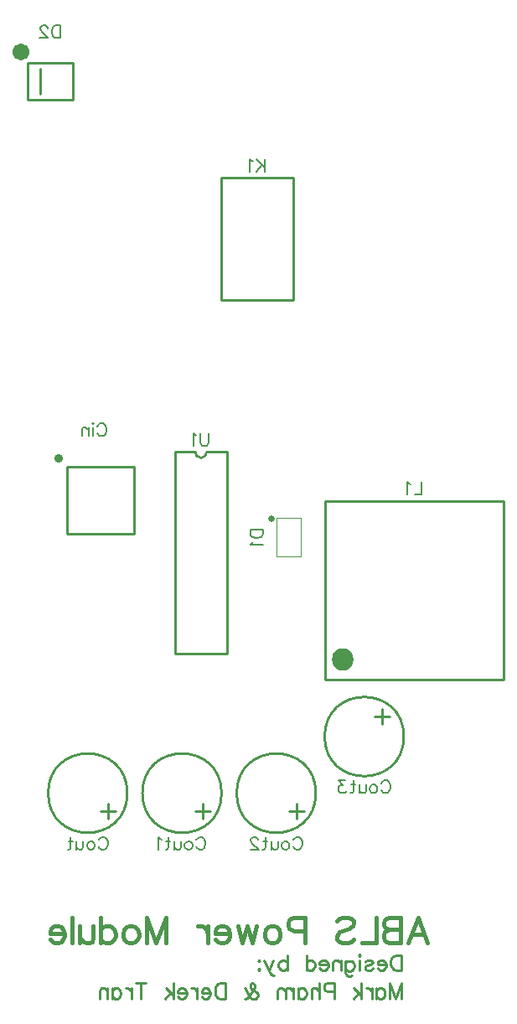
<source format=gbr>
G04 DipTrace 3.0.0.2*
G04 BottomSilk.gbr*
%MOIN*%
G04 #@! TF.FileFunction,Legend,Bot*
G04 #@! TF.Part,Single*
%ADD10C,0.009843*%
%ADD17C,0.035052*%
%ADD20C,0.003937*%
%ADD21C,0.024807*%
%ADD23C,0.06752*%
%ADD28O,0.085954X0.088974*%
%ADD67C,0.00772*%
%ADD68C,0.015439*%
%ADD69C,0.009264*%
%ADD70C,0.010807*%
%FSLAX26Y26*%
G04*
G70*
G90*
G75*
G01*
G04 BotSilk*
%LPD*%
X1360148Y2394017D2*
D10*
X1627858D1*
Y2661700D1*
X1360148D1*
Y2394017D1*
D17*
X1328455Y2693012D3*
X1286520Y1362898D2*
D10*
G02X1286520Y1362898I157480J0D01*
G01*
X1661520D2*
G02X1661520Y1362898I157480J0D01*
G01*
X2036520D2*
G02X2036520Y1362898I157480J0D01*
G01*
X2386520Y1587898D2*
G02X2386520Y1587898I157480J0D01*
G01*
X2194787Y2303844D2*
D20*
X2293213D1*
Y2457384D1*
X2194787D1*
Y2303844D1*
D21*
X2176482Y2453639D3*
X1383984Y4266503D2*
D10*
X1204016D1*
Y4121499D1*
X1383984D1*
Y4266503D1*
D23*
X1177744Y4310246D3*
X1256496Y4244008D2*
D10*
Y4143994D1*
X1975250Y3812750D2*
X2262750D1*
Y3325250D1*
X1975250D1*
Y3812750D1*
X2389110Y1814110D2*
X3098890D1*
Y2523890D1*
X2389110D1*
Y1814110D1*
D28*
X2458988Y1893497D3*
X1792037Y2720575D2*
D10*
Y1917425D1*
X1996751D2*
X1792037D1*
X1996751Y2720575D2*
Y1917425D1*
Y2720575D2*
X1918004D1*
X1792037D2*
X1870784D1*
X1918004D2*
G02X1870784Y2720575I-23610J-3D01*
G01*
X1482456Y2821427D2*
D67*
X1484833Y2826180D1*
X1489641Y2830988D1*
X1494395Y2833365D1*
X1503956D1*
X1508765Y2830988D1*
X1513518Y2826180D1*
X1515950Y2821427D1*
X1518326Y2814242D1*
Y2802248D1*
X1515950Y2795118D1*
X1513518Y2790310D1*
X1508765Y2785557D1*
X1503956Y2783125D1*
X1494395D1*
X1489641Y2785557D1*
X1484833Y2790310D1*
X1482456Y2795118D1*
X1467017Y2833365D2*
X1464641Y2830988D1*
X1462209Y2833365D1*
X1464641Y2835797D1*
X1467017Y2833365D1*
X1464641Y2816618D2*
Y2783125D1*
X1446769Y2816618D2*
Y2783125D1*
Y2807057D2*
X1439584Y2814242D1*
X1434776Y2816618D1*
X1427646D1*
X1422838Y2814242D1*
X1420461Y2807057D1*
Y2783125D1*
X1487498Y1176520D2*
X1489875Y1181274D1*
X1494683Y1186082D1*
X1499436Y1188459D1*
X1508998D1*
X1513806Y1186082D1*
X1518560Y1181274D1*
X1520991Y1176520D1*
X1523368Y1169335D1*
Y1157342D1*
X1520991Y1150212D1*
X1518560Y1145404D1*
X1513806Y1140650D1*
X1508998Y1138219D1*
X1499436D1*
X1494683Y1140650D1*
X1489875Y1145404D1*
X1487498Y1150212D1*
X1460121Y1171712D2*
X1464874Y1169335D1*
X1469682Y1164527D1*
X1472059Y1157342D1*
Y1152589D1*
X1469682Y1145404D1*
X1464874Y1140650D1*
X1460121Y1138219D1*
X1452936D1*
X1448127Y1140650D1*
X1443374Y1145404D1*
X1440942Y1152589D1*
Y1157342D1*
X1443374Y1164527D1*
X1448127Y1169335D1*
X1452936Y1171712D1*
X1460121D1*
X1425503D2*
Y1147780D1*
X1423126Y1140650D1*
X1418318Y1138219D1*
X1411133D1*
X1406380Y1140650D1*
X1399195Y1147780D1*
Y1171712D2*
Y1138219D1*
X1376570Y1188459D2*
Y1147780D1*
X1374194Y1140650D1*
X1369385Y1138219D1*
X1364632D1*
X1383755Y1171712D2*
X1367009D1*
X1876214Y1176520D2*
X1878591Y1181274D1*
X1883399Y1186082D1*
X1888153Y1188459D1*
X1897714D1*
X1902523Y1186082D1*
X1907276Y1181274D1*
X1909708Y1176520D1*
X1912084Y1169335D1*
Y1157342D1*
X1909708Y1150212D1*
X1907276Y1145404D1*
X1902523Y1140650D1*
X1897714Y1138219D1*
X1888153D1*
X1883399Y1140650D1*
X1878591Y1145404D1*
X1876214Y1150212D1*
X1848837Y1171712D2*
X1853590Y1169335D1*
X1858399Y1164527D1*
X1860775Y1157342D1*
Y1152589D1*
X1858399Y1145404D1*
X1853590Y1140650D1*
X1848837Y1138219D1*
X1841652D1*
X1836843Y1140650D1*
X1832090Y1145404D1*
X1829658Y1152589D1*
Y1157342D1*
X1832090Y1164527D1*
X1836843Y1169335D1*
X1841652Y1171712D1*
X1848837D1*
X1814219D2*
Y1147780D1*
X1811843Y1140650D1*
X1807034Y1138219D1*
X1799849D1*
X1795096Y1140650D1*
X1787911Y1147780D1*
Y1171712D2*
Y1138219D1*
X1765287Y1188459D2*
Y1147780D1*
X1762910Y1140650D1*
X1758102Y1138219D1*
X1753348D1*
X1772472Y1171712D2*
X1755725D1*
X1737909Y1178842D2*
X1733101Y1181274D1*
X1725916Y1188403D1*
Y1138219D1*
X2261964Y1176520D2*
X2264341Y1181274D1*
X2269149Y1186082D1*
X2273903Y1188459D1*
X2283464D1*
X2288273Y1186082D1*
X2293026Y1181274D1*
X2295458Y1176520D1*
X2297834Y1169335D1*
Y1157342D1*
X2295458Y1150212D1*
X2293026Y1145404D1*
X2288273Y1140650D1*
X2283464Y1138219D1*
X2273903D1*
X2269149Y1140650D1*
X2264341Y1145404D1*
X2261964Y1150212D1*
X2234587Y1171712D2*
X2239340Y1169335D1*
X2244149Y1164527D1*
X2246525Y1157342D1*
Y1152589D1*
X2244149Y1145404D1*
X2239340Y1140650D1*
X2234587Y1138219D1*
X2227402D1*
X2222593Y1140650D1*
X2217840Y1145404D1*
X2215408Y1152589D1*
Y1157342D1*
X2217840Y1164527D1*
X2222593Y1169335D1*
X2227402Y1171712D1*
X2234587D1*
X2199969D2*
Y1147780D1*
X2197593Y1140650D1*
X2192784Y1138219D1*
X2185599D1*
X2180846Y1140650D1*
X2173661Y1147780D1*
Y1171712D2*
Y1138219D1*
X2151037Y1188459D2*
Y1147780D1*
X2148660Y1140650D1*
X2143851Y1138219D1*
X2139098D1*
X2158222Y1171712D2*
X2141475D1*
X2121227Y1176465D2*
Y1178842D1*
X2118851Y1183650D1*
X2116474Y1186027D1*
X2111666Y1188403D1*
X2102104D1*
X2097351Y1186027D1*
X2094974Y1183650D1*
X2092542Y1178842D1*
Y1174089D1*
X2094974Y1169280D1*
X2099727Y1162150D1*
X2123659Y1138219D1*
X2090166D1*
X2611964Y1401520D2*
X2614341Y1406274D1*
X2619149Y1411082D1*
X2623903Y1413459D1*
X2633464D1*
X2638273Y1411082D1*
X2643026Y1406274D1*
X2645458Y1401520D1*
X2647834Y1394335D1*
Y1382342D1*
X2645458Y1375212D1*
X2643026Y1370404D1*
X2638273Y1365650D1*
X2633464Y1363219D1*
X2623903D1*
X2619149Y1365650D1*
X2614341Y1370404D1*
X2611964Y1375212D1*
X2584587Y1396712D2*
X2589340Y1394335D1*
X2594149Y1389527D1*
X2596525Y1382342D1*
Y1377589D1*
X2594149Y1370404D1*
X2589340Y1365650D1*
X2584587Y1363219D1*
X2577402D1*
X2572593Y1365650D1*
X2567840Y1370404D1*
X2565408Y1377589D1*
Y1382342D1*
X2567840Y1389527D1*
X2572593Y1394335D1*
X2577402Y1396712D1*
X2584587D1*
X2549969D2*
Y1372780D1*
X2547593Y1365650D1*
X2542784Y1363219D1*
X2535599D1*
X2530846Y1365650D1*
X2523661Y1372780D1*
Y1396712D2*
Y1363219D1*
X2501037Y1413459D2*
Y1372780D1*
X2498660Y1365650D1*
X2493851Y1363219D1*
X2489098D1*
X2508222Y1396712D2*
X2491475D1*
X2468851Y1413403D2*
X2442598D1*
X2456912Y1394280D1*
X2449727D1*
X2444974Y1391904D1*
X2442598Y1389527D1*
X2440166Y1382342D1*
Y1377589D1*
X2442598Y1370404D1*
X2447351Y1365595D1*
X2454536Y1363219D1*
X2461721D1*
X2468851Y1365595D1*
X2471227Y1368027D1*
X2473659Y1372780D1*
X2090856Y2411077D2*
X2141096D1*
Y2394331D1*
X2138664Y2387146D1*
X2133911Y2382337D1*
X2129102Y2379961D1*
X2121972Y2377584D1*
X2109979D1*
X2102794Y2379961D1*
X2098041Y2382337D1*
X2093232Y2387146D1*
X2090856Y2394331D1*
Y2411077D1*
X2100473Y2362145D2*
X2098041Y2357336D1*
X2090911Y2350151D1*
X2141096D1*
X1335213Y4417222D2*
Y4366982D1*
X1318466D1*
X1311281Y4369414D1*
X1306473Y4374167D1*
X1304096Y4378976D1*
X1301720Y4386106D1*
Y4398099D1*
X1304096Y4405284D1*
X1306473Y4410037D1*
X1311281Y4414846D1*
X1318466Y4417222D1*
X1335213D1*
X1283849Y4405229D2*
Y4407606D1*
X1281472Y4412414D1*
X1279095Y4414791D1*
X1274287Y4417167D1*
X1264725D1*
X1259972Y4414791D1*
X1257595Y4412414D1*
X1255164Y4407606D1*
Y4402852D1*
X1257595Y4398044D1*
X1262349Y4390914D1*
X1286280Y4366982D1*
X1252787D1*
X2149463Y3885973D2*
Y3835733D1*
X2115970Y3885973D2*
X2149463Y3852480D1*
X2137525Y3864473D2*
X2115970Y3835733D1*
X2100530Y3876356D2*
X2095722Y3878788D1*
X2088537Y3885918D1*
Y3835733D1*
X2772059Y2601278D2*
Y2551038D1*
X2743374D1*
X2727935Y2591661D2*
X2723126Y2594093D1*
X2715941Y2601223D1*
Y2551038D1*
X1924857Y2793798D2*
Y2757928D1*
X1922480Y2750743D1*
X1917672Y2745990D1*
X1910487Y2743558D1*
X1905733D1*
X1898548Y2745990D1*
X1893740Y2750743D1*
X1891363Y2757928D1*
Y2793798D1*
X1875924Y2784181D2*
X1871116Y2786613D1*
X1863931Y2793743D1*
Y2743558D1*
X2719569Y767322D2*
D68*
X2757926Y867802D1*
X2796173Y767322D1*
X2781803Y800815D2*
X2733939D1*
X2688691Y867802D2*
Y767322D1*
X2645580D1*
X2631210Y772185D1*
X2626457Y776939D1*
X2621704Y786445D1*
Y800815D1*
X2626457Y810432D1*
X2631210Y815185D1*
X2645580Y819938D1*
X2631210Y824802D1*
X2626457Y829555D1*
X2621704Y839062D1*
Y848679D1*
X2626457Y858185D1*
X2631210Y863049D1*
X2645580Y867802D1*
X2688691D1*
Y819938D2*
X2645580D1*
X2590825Y867802D2*
Y767322D1*
X2533456D1*
X2435590Y853432D2*
X2445097Y863049D1*
X2459467Y867802D1*
X2478590D1*
X2492960Y863049D1*
X2502577Y853432D1*
Y843925D1*
X2497713Y834308D1*
X2492960Y829555D1*
X2483454Y824802D1*
X2454714Y815185D1*
X2445097Y810432D1*
X2440344Y805568D1*
X2435590Y796062D1*
Y781692D1*
X2445097Y772185D1*
X2459467Y767322D1*
X2478590D1*
X2492960Y772185D1*
X2502577Y781692D1*
X2307510Y815185D2*
X2264400D1*
X2250140Y819938D1*
X2245277Y824802D1*
X2240523Y834308D1*
Y848679D1*
X2245277Y858185D1*
X2250140Y863049D1*
X2264400Y867802D1*
X2307510D1*
Y767322D1*
X2185768Y834308D2*
X2195275Y829555D1*
X2204892Y819938D1*
X2209645Y805568D1*
Y796062D1*
X2204892Y781692D1*
X2195275Y772185D1*
X2185768Y767322D1*
X2171398D1*
X2161781Y772185D1*
X2152275Y781692D1*
X2147411Y796062D1*
Y805568D1*
X2152275Y819938D1*
X2161781Y829555D1*
X2171398Y834308D1*
X2185768D1*
X2116533D2*
X2097410Y767322D1*
X2078286Y834308D1*
X2059163Y767322D1*
X2040040Y834308D1*
X2009161Y805568D2*
X1951792D1*
Y815185D1*
X1956545Y824802D1*
X1961298Y829555D1*
X1970915Y834308D1*
X1985285D1*
X1994791Y829555D1*
X2004408Y819938D1*
X2009161Y805568D1*
Y796062D1*
X2004408Y781692D1*
X1994791Y772185D1*
X1985285Y767322D1*
X1970915D1*
X1961298Y772185D1*
X1951792Y781692D1*
X1920913Y834308D2*
Y767322D1*
Y805568D2*
X1916049Y819938D1*
X1906543Y829555D1*
X1896926Y834308D1*
X1882556D1*
X1677983Y767322D2*
Y867802D1*
X1716229Y767322D1*
X1754476Y867802D1*
Y767322D1*
X1623228Y834308D2*
X1632734Y829555D1*
X1642351Y819938D1*
X1647104Y805568D1*
Y796062D1*
X1642351Y781692D1*
X1632734Y772185D1*
X1623228Y767322D1*
X1608858D1*
X1599241Y772185D1*
X1589734Y781692D1*
X1584871Y796062D1*
Y805568D1*
X1589734Y819938D1*
X1599241Y829555D1*
X1608858Y834308D1*
X1623228D1*
X1496622Y867802D2*
Y767322D1*
Y819938D2*
X1506129Y829555D1*
X1515746Y834308D1*
X1530116D1*
X1539622Y829555D1*
X1549239Y819938D1*
X1553992Y805568D1*
Y796062D1*
X1549239Y781692D1*
X1539622Y772185D1*
X1530116Y767322D1*
X1515746D1*
X1506129Y772185D1*
X1496622Y781692D1*
X1465744Y834308D2*
Y786445D1*
X1460991Y772185D1*
X1451374Y767322D1*
X1437004D1*
X1427497Y772185D1*
X1413127Y786445D1*
Y834308D2*
Y767322D1*
X1382249Y867802D2*
Y767322D1*
X1351370Y805568D2*
X1294000D1*
Y815185D1*
X1298754Y824802D1*
X1303507Y829555D1*
X1313124Y834308D1*
X1327494D1*
X1337000Y829555D1*
X1346617Y819938D1*
X1351370Y805568D1*
Y796062D1*
X1346617Y781692D1*
X1337000Y772185D1*
X1327494Y767322D1*
X1313124D1*
X1303507Y772185D1*
X1294000Y781692D1*
X2690147Y718970D2*
D69*
Y658682D1*
X2670051D1*
X2661429Y661600D1*
X2655658Y667304D1*
X2652806Y673074D1*
X2649955Y681630D1*
Y696022D1*
X2652806Y704644D1*
X2655658Y710348D1*
X2661429Y716118D1*
X2670051Y718970D1*
X2690147D1*
X2631427Y681630D2*
X2597006D1*
Y687400D1*
X2599858Y693170D1*
X2602709Y696022D1*
X2608480Y698874D1*
X2617102D1*
X2622805Y696022D1*
X2628576Y690252D1*
X2631427Y681630D1*
Y675926D1*
X2628576Y667304D1*
X2622805Y661600D1*
X2617102Y658682D1*
X2608480D1*
X2602709Y661600D1*
X2597006Y667304D1*
X2546909Y690252D2*
X2549760Y696022D1*
X2558383Y698874D1*
X2567005D1*
X2575627Y696022D1*
X2578479Y690252D1*
X2575627Y684548D1*
X2569856Y681630D1*
X2555531Y678778D1*
X2549760Y675926D1*
X2546909Y670156D1*
Y667304D1*
X2549760Y661600D1*
X2558383Y658682D1*
X2567005D1*
X2575627Y661600D1*
X2578479Y667304D1*
X2528381Y718970D2*
X2525530Y716118D1*
X2522611Y718970D1*
X2525530Y721888D1*
X2528381Y718970D1*
X2525530Y698874D2*
Y658682D1*
X2469662Y696022D2*
Y650060D1*
X2472514Y641504D1*
X2475366Y638586D1*
X2481136Y635734D1*
X2489758D1*
X2495462Y638586D1*
X2469662Y687400D2*
X2475366Y693104D1*
X2481136Y696022D1*
X2489758D1*
X2495462Y693104D1*
X2501232Y687400D1*
X2504084Y678778D1*
Y673008D1*
X2501232Y664452D1*
X2495462Y658682D1*
X2489758Y655830D1*
X2481136D1*
X2475366Y658682D1*
X2469662Y664452D1*
X2451135Y698874D2*
Y658682D1*
Y687400D2*
X2442513Y696022D1*
X2436743Y698874D1*
X2428187D1*
X2422417Y696022D1*
X2419565Y687400D1*
Y658682D1*
X2401038Y681630D2*
X2366616D1*
Y687400D1*
X2369468Y693170D1*
X2372320Y696022D1*
X2378090Y698874D1*
X2386712D1*
X2392416Y696022D1*
X2398186Y690252D1*
X2401038Y681630D1*
Y675926D1*
X2398186Y667304D1*
X2392416Y661600D1*
X2386712Y658682D1*
X2378090D1*
X2372320Y661600D1*
X2366616Y667304D1*
X2313667Y718970D2*
Y658682D1*
Y690252D2*
X2319371Y696022D1*
X2325141Y698874D1*
X2333763D1*
X2339467Y696022D1*
X2345237Y690252D1*
X2348089Y681630D1*
Y675926D1*
X2345237Y667304D1*
X2339467Y661600D1*
X2333763Y658682D1*
X2325141D1*
X2319371Y661600D1*
X2313667Y667304D1*
X2236819Y718970D2*
Y658682D1*
Y690252D2*
X2231049Y696022D1*
X2225345Y698874D1*
X2216723D1*
X2211019Y696022D1*
X2205249Y690252D1*
X2202397Y681630D1*
Y675926D1*
X2205249Y667304D1*
X2211019Y661600D1*
X2216723Y658682D1*
X2225345D1*
X2231049Y661600D1*
X2236819Y667304D1*
X2180952Y698874D2*
X2163774Y658682D1*
X2169478Y647208D1*
X2175248Y641438D1*
X2180952Y638586D1*
X2183870D1*
X2146530Y698874D2*
X2163774Y658682D1*
X2125085Y698874D2*
X2128003Y695956D1*
X2125085Y693104D1*
X2122233Y695956D1*
X2125085Y698874D1*
Y664452D2*
X2128003Y661534D1*
X2125085Y658682D1*
X2122233Y661534D1*
X2125085Y664452D1*
X2645026Y546194D2*
Y606482D1*
X2667974Y546194D1*
X2690922Y606482D1*
Y546194D1*
X2592077Y586386D2*
Y546194D1*
Y577764D2*
X2597781Y583534D1*
X2603551Y586386D1*
X2612107D1*
X2617877Y583534D1*
X2623581Y577764D1*
X2626499Y569141D1*
Y563438D1*
X2623581Y554816D1*
X2617877Y549112D1*
X2612107Y546194D1*
X2603551D1*
X2597781Y549112D1*
X2592077Y554816D1*
X2573550Y586386D2*
Y546194D1*
Y569141D2*
X2570632Y577764D1*
X2564928Y583534D1*
X2559158Y586386D1*
X2550536D1*
X2532009Y606482D2*
Y546194D1*
X2503291Y586386D2*
X2532009Y557668D1*
X2520535Y569141D2*
X2500439Y546194D1*
X2423591Y574912D2*
X2397725D1*
X2389169Y577764D1*
X2386251Y580682D1*
X2383399Y586386D1*
Y595008D1*
X2386251Y600711D1*
X2389169Y603630D1*
X2397725Y606482D1*
X2423591D1*
Y546194D1*
X2364872Y606482D2*
Y546194D1*
Y574912D2*
X2356250Y583534D1*
X2350479Y586386D1*
X2341857D1*
X2336154Y583534D1*
X2333302Y574912D1*
Y546194D1*
X2280353Y586386D2*
Y546194D1*
Y577764D2*
X2286057Y583534D1*
X2291827Y586386D1*
X2300382D1*
X2306153Y583534D1*
X2311856Y577764D1*
X2314775Y569141D1*
Y563438D1*
X2311856Y554816D1*
X2306153Y549112D1*
X2300382Y546194D1*
X2291827D1*
X2286057Y549112D1*
X2280353Y554816D1*
X2261826Y586386D2*
Y546194D1*
Y574912D2*
X2253204Y583534D1*
X2247433Y586386D1*
X2238878D1*
X2233108Y583534D1*
X2230256Y574912D1*
Y546194D1*
Y574912D2*
X2221634Y583534D1*
X2215863Y586386D1*
X2207308D1*
X2201538Y583534D1*
X2198619Y574912D1*
Y546194D1*
X2067253Y586386D2*
X2070172D1*
X2073023Y583467D1*
X2075875Y577764D1*
X2081645Y563438D1*
X2087349Y554816D1*
X2093053Y549045D1*
X2098823Y546194D1*
X2110297D1*
X2116001Y549045D1*
X2118919Y551964D1*
X2121771Y557668D1*
Y563438D1*
X2118919Y569141D1*
X2116001Y571993D1*
X2095971Y583467D1*
X2093053Y586386D1*
X2090201Y592089D1*
Y597860D1*
X2093053Y603563D1*
X2098823Y606415D1*
X2104527Y603563D1*
X2107445Y597860D1*
Y592089D1*
X2104527Y583467D1*
X2098823Y574912D1*
X2084497Y554816D1*
X2078727Y549045D1*
X2073023Y546194D1*
X2067253D1*
X1990405Y606482D2*
Y546194D1*
X1970309D1*
X1961687Y549112D1*
X1955917Y554816D1*
X1953065Y560586D1*
X1950213Y569141D1*
Y583534D1*
X1953065Y592156D1*
X1955917Y597860D1*
X1961687Y603630D1*
X1970309Y606482D1*
X1990405D1*
X1931686Y569141D2*
X1897264D1*
Y574912D1*
X1900116Y580682D1*
X1902968Y583534D1*
X1908738Y586386D1*
X1917360D1*
X1923064Y583534D1*
X1928834Y577764D1*
X1931686Y569141D1*
Y563438D1*
X1928834Y554816D1*
X1923064Y549112D1*
X1917360Y546194D1*
X1908738D1*
X1902968Y549112D1*
X1897264Y554816D1*
X1878737Y586386D2*
Y546194D1*
Y569141D2*
X1875819Y577764D1*
X1870115Y583534D1*
X1864345Y586386D1*
X1855723D1*
X1837196Y569141D2*
X1802774D1*
Y574912D1*
X1805626Y580682D1*
X1808478Y583534D1*
X1814248Y586386D1*
X1822870D1*
X1828574Y583534D1*
X1834344Y577764D1*
X1837196Y569141D1*
Y563438D1*
X1834344Y554816D1*
X1828574Y549112D1*
X1822870Y546194D1*
X1814248D1*
X1808478Y549112D1*
X1802774Y554816D1*
X1784247Y606482D2*
Y546194D1*
X1755529Y586386D2*
X1784247Y557668D1*
X1772773Y569141D2*
X1752677Y546194D1*
X1655732Y606482D2*
Y546194D1*
X1675828Y606482D2*
X1635636D1*
X1617109Y586386D2*
Y546194D1*
Y569141D2*
X1614191Y577764D1*
X1608487Y583534D1*
X1602717Y586386D1*
X1594095D1*
X1541146D2*
Y546194D1*
Y577764D2*
X1546850Y583534D1*
X1552620Y586386D1*
X1561176D1*
X1566946Y583534D1*
X1572650Y577764D1*
X1575568Y569141D1*
Y563438D1*
X1572650Y554816D1*
X1566946Y549112D1*
X1561176Y546194D1*
X1552620D1*
X1546850Y549112D1*
X1541146Y554816D1*
X1522619Y586386D2*
Y546194D1*
Y574912D2*
X1513997Y583534D1*
X1508227Y586386D1*
X1499671D1*
X1493901Y583534D1*
X1491049Y574912D1*
Y546194D1*
X1555347Y1291695D2*
D70*
X1495070D1*
X1525170Y1261595D2*
Y1321872D1*
X1930347Y1291695D2*
X1870070D1*
X1900170Y1261595D2*
Y1321872D1*
X2305347Y1291695D2*
X2245070D1*
X2275170Y1261595D2*
Y1321872D1*
X2615203Y1699245D2*
Y1638968D1*
X2645303Y1669068D2*
X2585026D1*
M02*

</source>
